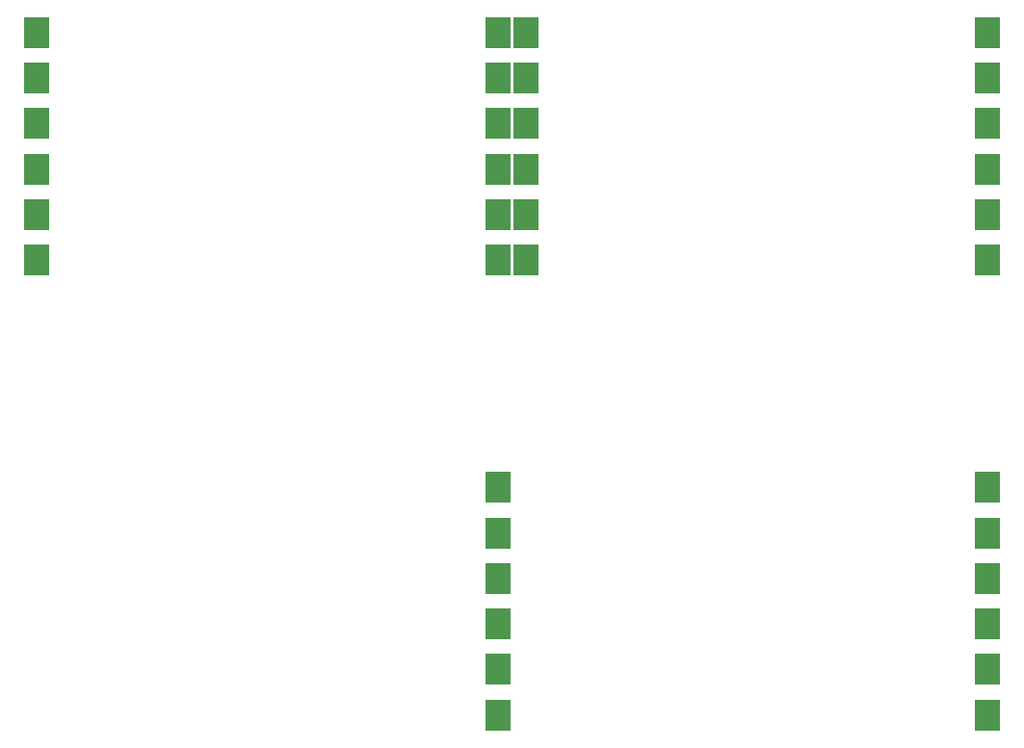
<source format=gbs>
G04*
G04 #@! TF.GenerationSoftware,Altium Limited,Altium Designer,19.0.12 (326)*
G04*
G04 Layer_Color=16711935*
%FSLAX24Y24*%
%MOIN*%
G70*
G01*
G75*
%ADD10R,0.0867X0.1064*%
D10*
X43406Y27165D02*
D03*
Y30315D02*
D03*
Y28740D02*
D03*
Y25591D02*
D03*
Y24016D02*
D03*
Y22441D02*
D03*
X26476Y27165D02*
D03*
Y30315D02*
D03*
Y28740D02*
D03*
Y25591D02*
D03*
Y24016D02*
D03*
Y22441D02*
D03*
X27460Y42913D02*
D03*
Y46063D02*
D03*
Y44488D02*
D03*
Y41339D02*
D03*
Y39764D02*
D03*
Y38189D02*
D03*
X43406D02*
D03*
Y39764D02*
D03*
Y41339D02*
D03*
Y44488D02*
D03*
Y46063D02*
D03*
Y42913D02*
D03*
X10531D02*
D03*
Y46063D02*
D03*
Y44488D02*
D03*
Y41339D02*
D03*
Y39764D02*
D03*
Y38189D02*
D03*
X26476D02*
D03*
Y39764D02*
D03*
Y41339D02*
D03*
Y44488D02*
D03*
Y46063D02*
D03*
Y42913D02*
D03*
M02*

</source>
